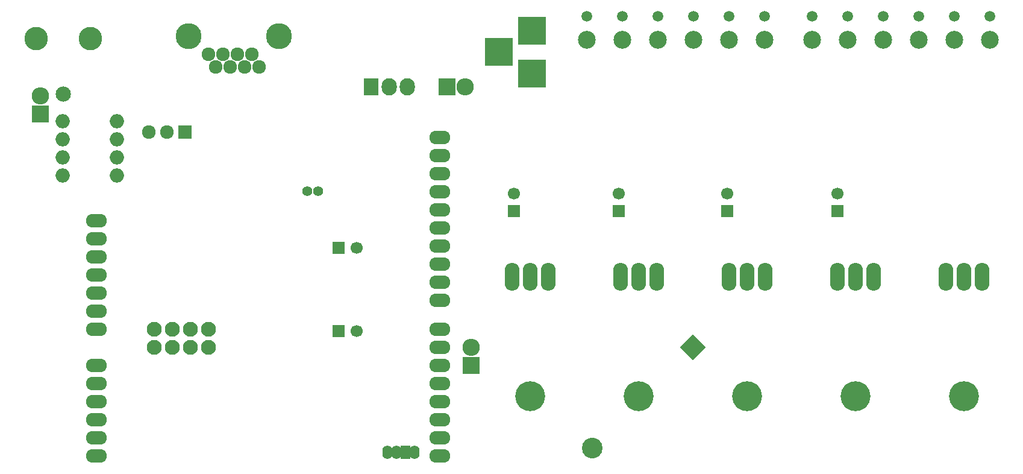
<source format=gbr>
G04 #@! TF.FileFunction,Soldermask,Bot*
%FSLAX46Y46*%
G04 Gerber Fmt 4.6, Leading zero omitted, Abs format (unit mm)*
G04 Created by KiCad (PCBNEW 4.0.2+dfsg1-stable) date Mon 18 Jun 2018 02:06:16 PM EDT*
%MOMM*%
G01*
G04 APERTURE LIST*
%ADD10C,0.100000*%
%ADD11C,3.651200*%
%ADD12C,1.924000*%
%ADD13O,2.940000X1.924000*%
%ADD14R,2.127200X2.432000*%
%ADD15O,2.127200X2.432000*%
%ADD16C,2.150000*%
%ADD17C,3.300000*%
%ADD18C,2.100000*%
%ADD19C,1.920000*%
%ADD20R,1.920000X1.920000*%
%ADD21O,2.000000X2.000000*%
%ADD22R,3.900120X3.900120*%
%ADD23C,2.500000*%
%ADD24C,1.500000*%
%ADD25C,1.700000*%
%ADD26R,1.700000X1.700000*%
%ADD27O,2.099260X3.900120*%
%ADD28C,4.199840*%
%ADD29C,1.400760*%
%ADD30O,1.400000X1.900000*%
%ADD31R,1.400000X1.900000*%
%ADD32R,2.432000X2.432000*%
%ADD33O,2.432000X2.432000*%
%ADD34C,2.900000*%
G04 APERTURE END LIST*
D10*
D11*
X57150000Y-60960000D03*
X44450000Y-60960000D03*
D12*
X53340000Y-63500000D03*
X51308000Y-63500000D03*
X49276000Y-63500000D03*
X47244000Y-63500000D03*
X54356000Y-65278000D03*
X52324000Y-65278000D03*
X50292000Y-65278000D03*
X48260000Y-65278000D03*
D13*
X31496000Y-119888000D03*
X31496000Y-117348000D03*
X31496000Y-114808000D03*
X31496000Y-107188000D03*
X31496000Y-109728000D03*
X31496000Y-112268000D03*
X31496000Y-102108000D03*
X31496000Y-99568000D03*
X31496000Y-97028000D03*
X31496000Y-91948000D03*
X31496000Y-89408000D03*
X79756000Y-119888000D03*
X79756000Y-117348000D03*
X79756000Y-114808000D03*
X79756000Y-112268000D03*
X79756000Y-109728000D03*
X79756000Y-107188000D03*
X79756000Y-104648000D03*
X79756000Y-102108000D03*
X79756000Y-98044000D03*
X79756000Y-95504000D03*
X79756000Y-92964000D03*
X79756000Y-90424000D03*
X79756000Y-87884000D03*
X79756000Y-85344000D03*
X79756000Y-82804000D03*
X79756000Y-80264000D03*
X31496000Y-94488000D03*
X79756000Y-77724000D03*
X79756000Y-75184000D03*
X31496000Y-86868000D03*
D14*
X70104000Y-68072000D03*
D15*
X72644000Y-68072000D03*
X75184000Y-68072000D03*
D16*
X26822400Y-69090200D03*
D17*
X30622400Y-61290200D03*
X23022400Y-61290200D03*
D18*
X47244000Y-104648000D03*
X47244000Y-102108000D03*
X44704000Y-104648000D03*
X44704000Y-102108000D03*
X42164000Y-104648000D03*
X42164000Y-102108000D03*
X39624000Y-104648000D03*
X39624000Y-102108000D03*
D19*
X41402000Y-74422000D03*
X38862000Y-74422000D03*
D20*
X43942000Y-74422000D03*
D21*
X34366200Y-80518000D03*
X34366200Y-77978000D03*
X34366200Y-75438000D03*
X34366200Y-72898000D03*
X26746200Y-72898000D03*
X26746200Y-75438000D03*
X26746200Y-77978000D03*
X26746200Y-80518000D03*
D22*
X92710000Y-66197480D03*
X92710000Y-60198000D03*
X88011000Y-63197740D03*
D23*
X157080000Y-61468000D03*
X152080000Y-61468000D03*
D24*
X157080000Y-58168000D03*
X152080000Y-58168000D03*
D23*
X147080000Y-61468000D03*
X142080000Y-61468000D03*
X137080000Y-61468000D03*
X132080000Y-61468000D03*
D24*
X147080000Y-58168000D03*
X142080000Y-58168000D03*
X137080000Y-58168000D03*
X132080000Y-58168000D03*
D23*
X125410000Y-61468000D03*
X120410000Y-61468000D03*
D24*
X125410000Y-58168000D03*
X120410000Y-58168000D03*
D23*
X115410000Y-61468000D03*
X110410000Y-61468000D03*
X105410000Y-61468000D03*
X100410000Y-61468000D03*
D24*
X115410000Y-58168000D03*
X110410000Y-58168000D03*
X105410000Y-58168000D03*
X100410000Y-58168000D03*
D25*
X120142000Y-83058000D03*
D26*
X120142000Y-85558000D03*
D25*
X104902000Y-83058000D03*
D26*
X104902000Y-85558000D03*
D25*
X90170000Y-83058000D03*
D26*
X90170000Y-85558000D03*
D27*
X153416000Y-94742000D03*
X155956000Y-94742000D03*
X150876000Y-94742000D03*
D28*
X153416000Y-111506000D03*
D27*
X122936000Y-94742000D03*
X125476000Y-94742000D03*
X120396000Y-94742000D03*
D28*
X122936000Y-111506000D03*
D27*
X107696000Y-94742000D03*
X110236000Y-94742000D03*
X105156000Y-94742000D03*
D28*
X107696000Y-111506000D03*
D27*
X92456000Y-94742000D03*
X94996000Y-94742000D03*
X89916000Y-94742000D03*
D28*
X92456000Y-111506000D03*
D25*
X135636000Y-83058000D03*
D26*
X135636000Y-85558000D03*
D27*
X138176000Y-94742000D03*
X140716000Y-94742000D03*
X135636000Y-94742000D03*
D28*
X138176000Y-111506000D03*
D25*
X68072000Y-90678000D03*
D26*
X65572000Y-90678000D03*
D25*
X68032000Y-102362000D03*
D26*
X65532000Y-102362000D03*
D29*
X61137800Y-82727800D03*
X62636400Y-82727800D03*
D30*
X76200000Y-119380000D03*
D31*
X74930000Y-119380000D03*
D30*
X73660000Y-119380000D03*
X72390000Y-119380000D03*
D32*
X80772000Y-68072000D03*
D33*
X83312000Y-68072000D03*
D32*
X84124800Y-107188000D03*
D33*
X84124800Y-104648000D03*
D32*
X23622000Y-71882000D03*
D33*
X23622000Y-69342000D03*
D10*
G36*
X115316000Y-102830736D02*
X117133264Y-104648000D01*
X115316000Y-106465264D01*
X113498736Y-104648000D01*
X115316000Y-102830736D01*
X115316000Y-102830736D01*
G37*
D34*
X101173864Y-118790136D03*
M02*

</source>
